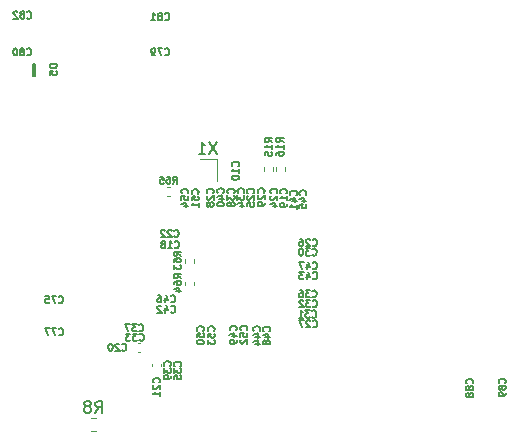
<source format=gbr>
%TF.GenerationSoftware,KiCad,Pcbnew,5.99.0-unknown-ca42f31bb5~131~ubuntu20.04.1*%
%TF.CreationDate,2021-08-18T11:47:36-07:00*%
%TF.ProjectId,ovc5,6f766335-2e6b-4696-9361-645f70636258,rev?*%
%TF.SameCoordinates,Original*%
%TF.FileFunction,Legend,Bot*%
%TF.FilePolarity,Positive*%
%FSLAX46Y46*%
G04 Gerber Fmt 4.6, Leading zero omitted, Abs format (unit mm)*
G04 Created by KiCad (PCBNEW 5.99.0-unknown-ca42f31bb5~131~ubuntu20.04.1) date 2021-08-18 11:47:36*
%MOMM*%
%LPD*%
G01*
G04 APERTURE LIST*
%ADD10C,0.150000*%
%ADD11C,0.120000*%
G04 APERTURE END LIST*
D10*
%TO.C,C18*%
X54749714Y-56837285D02*
X54778285Y-56865857D01*
X54864000Y-56894428D01*
X54921142Y-56894428D01*
X55006857Y-56865857D01*
X55064000Y-56808714D01*
X55092571Y-56751571D01*
X55121142Y-56637285D01*
X55121142Y-56551571D01*
X55092571Y-56437285D01*
X55064000Y-56380142D01*
X55006857Y-56323000D01*
X54921142Y-56294428D01*
X54864000Y-56294428D01*
X54778285Y-56323000D01*
X54749714Y-56351571D01*
X54178285Y-56894428D02*
X54521142Y-56894428D01*
X54349714Y-56894428D02*
X54349714Y-56294428D01*
X54406857Y-56380142D01*
X54464000Y-56437285D01*
X54521142Y-56465857D01*
X53835428Y-56551571D02*
X53892571Y-56523000D01*
X53921142Y-56494428D01*
X53949714Y-56437285D01*
X53949714Y-56408714D01*
X53921142Y-56351571D01*
X53892571Y-56323000D01*
X53835428Y-56294428D01*
X53721142Y-56294428D01*
X53664000Y-56323000D01*
X53635428Y-56351571D01*
X53606857Y-56408714D01*
X53606857Y-56437285D01*
X53635428Y-56494428D01*
X53664000Y-56523000D01*
X53721142Y-56551571D01*
X53835428Y-56551571D01*
X53892571Y-56580142D01*
X53921142Y-56608714D01*
X53949714Y-56665857D01*
X53949714Y-56780142D01*
X53921142Y-56837285D01*
X53892571Y-56865857D01*
X53835428Y-56894428D01*
X53721142Y-56894428D01*
X53664000Y-56865857D01*
X53635428Y-56837285D01*
X53606857Y-56780142D01*
X53606857Y-56665857D01*
X53635428Y-56608714D01*
X53664000Y-56580142D01*
X53721142Y-56551571D01*
%TO.C,C21*%
X53438285Y-68283285D02*
X53466857Y-68254714D01*
X53495428Y-68169000D01*
X53495428Y-68111857D01*
X53466857Y-68026142D01*
X53409714Y-67969000D01*
X53352571Y-67940428D01*
X53238285Y-67911857D01*
X53152571Y-67911857D01*
X53038285Y-67940428D01*
X52981142Y-67969000D01*
X52924000Y-68026142D01*
X52895428Y-68111857D01*
X52895428Y-68169000D01*
X52924000Y-68254714D01*
X52952571Y-68283285D01*
X52952571Y-68511857D02*
X52924000Y-68540428D01*
X52895428Y-68597571D01*
X52895428Y-68740428D01*
X52924000Y-68797571D01*
X52952571Y-68826142D01*
X53009714Y-68854714D01*
X53066857Y-68854714D01*
X53152571Y-68826142D01*
X53495428Y-68483285D01*
X53495428Y-68854714D01*
X53495428Y-69426142D02*
X53495428Y-69083285D01*
X53495428Y-69254714D02*
X52895428Y-69254714D01*
X52981142Y-69197571D01*
X53038285Y-69140428D01*
X53066857Y-69083285D01*
%TO.C,C31*%
X66376714Y-62728285D02*
X66405285Y-62756857D01*
X66491000Y-62785428D01*
X66548142Y-62785428D01*
X66633857Y-62756857D01*
X66691000Y-62699714D01*
X66719571Y-62642571D01*
X66748142Y-62528285D01*
X66748142Y-62442571D01*
X66719571Y-62328285D01*
X66691000Y-62271142D01*
X66633857Y-62214000D01*
X66548142Y-62185428D01*
X66491000Y-62185428D01*
X66405285Y-62214000D01*
X66376714Y-62242571D01*
X66176714Y-62185428D02*
X65805285Y-62185428D01*
X66005285Y-62414000D01*
X65919571Y-62414000D01*
X65862428Y-62442571D01*
X65833857Y-62471142D01*
X65805285Y-62528285D01*
X65805285Y-62671142D01*
X65833857Y-62728285D01*
X65862428Y-62756857D01*
X65919571Y-62785428D01*
X66091000Y-62785428D01*
X66148142Y-62756857D01*
X66176714Y-62728285D01*
X65233857Y-62785428D02*
X65576714Y-62785428D01*
X65405285Y-62785428D02*
X65405285Y-62185428D01*
X65462428Y-62271142D01*
X65519571Y-62328285D01*
X65576714Y-62356857D01*
%TO.C,C50*%
X57160285Y-63891285D02*
X57188857Y-63862714D01*
X57217428Y-63777000D01*
X57217428Y-63719857D01*
X57188857Y-63634142D01*
X57131714Y-63577000D01*
X57074571Y-63548428D01*
X56960285Y-63519857D01*
X56874571Y-63519857D01*
X56760285Y-63548428D01*
X56703142Y-63577000D01*
X56646000Y-63634142D01*
X56617428Y-63719857D01*
X56617428Y-63777000D01*
X56646000Y-63862714D01*
X56674571Y-63891285D01*
X56617428Y-64434142D02*
X56617428Y-64148428D01*
X56903142Y-64119857D01*
X56874571Y-64148428D01*
X56846000Y-64205571D01*
X56846000Y-64348428D01*
X56874571Y-64405571D01*
X56903142Y-64434142D01*
X56960285Y-64462714D01*
X57103142Y-64462714D01*
X57160285Y-64434142D01*
X57188857Y-64405571D01*
X57217428Y-64348428D01*
X57217428Y-64205571D01*
X57188857Y-64148428D01*
X57160285Y-64119857D01*
X56617428Y-64834142D02*
X56617428Y-64891285D01*
X56646000Y-64948428D01*
X56674571Y-64977000D01*
X56731714Y-65005571D01*
X56846000Y-65034142D01*
X56988857Y-65034142D01*
X57103142Y-65005571D01*
X57160285Y-64977000D01*
X57188857Y-64948428D01*
X57217428Y-64891285D01*
X57217428Y-64834142D01*
X57188857Y-64777000D01*
X57160285Y-64748428D01*
X57103142Y-64719857D01*
X56988857Y-64691285D01*
X56846000Y-64691285D01*
X56731714Y-64719857D01*
X56674571Y-64748428D01*
X56646000Y-64777000D01*
X56617428Y-64834142D01*
%TO.C,C48*%
X62761285Y-63923285D02*
X62789857Y-63894714D01*
X62818428Y-63809000D01*
X62818428Y-63751857D01*
X62789857Y-63666142D01*
X62732714Y-63609000D01*
X62675571Y-63580428D01*
X62561285Y-63551857D01*
X62475571Y-63551857D01*
X62361285Y-63580428D01*
X62304142Y-63609000D01*
X62247000Y-63666142D01*
X62218428Y-63751857D01*
X62218428Y-63809000D01*
X62247000Y-63894714D01*
X62275571Y-63923285D01*
X62418428Y-64437571D02*
X62818428Y-64437571D01*
X62189857Y-64294714D02*
X62618428Y-64151857D01*
X62618428Y-64523285D01*
X62475571Y-64837571D02*
X62447000Y-64780428D01*
X62418428Y-64751857D01*
X62361285Y-64723285D01*
X62332714Y-64723285D01*
X62275571Y-64751857D01*
X62247000Y-64780428D01*
X62218428Y-64837571D01*
X62218428Y-64951857D01*
X62247000Y-65009000D01*
X62275571Y-65037571D01*
X62332714Y-65066142D01*
X62361285Y-65066142D01*
X62418428Y-65037571D01*
X62447000Y-65009000D01*
X62475571Y-64951857D01*
X62475571Y-64837571D01*
X62504142Y-64780428D01*
X62532714Y-64751857D01*
X62589857Y-64723285D01*
X62704142Y-64723285D01*
X62761285Y-64751857D01*
X62789857Y-64780428D01*
X62818428Y-64837571D01*
X62818428Y-64951857D01*
X62789857Y-65009000D01*
X62761285Y-65037571D01*
X62704142Y-65066142D01*
X62589857Y-65066142D01*
X62532714Y-65037571D01*
X62504142Y-65009000D01*
X62475571Y-64951857D01*
%TO.C,C34*%
X60594285Y-52227285D02*
X60622857Y-52198714D01*
X60651428Y-52113000D01*
X60651428Y-52055857D01*
X60622857Y-51970142D01*
X60565714Y-51913000D01*
X60508571Y-51884428D01*
X60394285Y-51855857D01*
X60308571Y-51855857D01*
X60194285Y-51884428D01*
X60137142Y-51913000D01*
X60080000Y-51970142D01*
X60051428Y-52055857D01*
X60051428Y-52113000D01*
X60080000Y-52198714D01*
X60108571Y-52227285D01*
X60051428Y-52427285D02*
X60051428Y-52798714D01*
X60280000Y-52598714D01*
X60280000Y-52684428D01*
X60308571Y-52741571D01*
X60337142Y-52770142D01*
X60394285Y-52798714D01*
X60537142Y-52798714D01*
X60594285Y-52770142D01*
X60622857Y-52741571D01*
X60651428Y-52684428D01*
X60651428Y-52513000D01*
X60622857Y-52455857D01*
X60594285Y-52427285D01*
X60251428Y-53313000D02*
X60651428Y-53313000D01*
X60022857Y-53170142D02*
X60451428Y-53027285D01*
X60451428Y-53398714D01*
%TO.C,C32*%
X66433714Y-61846285D02*
X66462285Y-61874857D01*
X66548000Y-61903428D01*
X66605142Y-61903428D01*
X66690857Y-61874857D01*
X66748000Y-61817714D01*
X66776571Y-61760571D01*
X66805142Y-61646285D01*
X66805142Y-61560571D01*
X66776571Y-61446285D01*
X66748000Y-61389142D01*
X66690857Y-61332000D01*
X66605142Y-61303428D01*
X66548000Y-61303428D01*
X66462285Y-61332000D01*
X66433714Y-61360571D01*
X66233714Y-61303428D02*
X65862285Y-61303428D01*
X66062285Y-61532000D01*
X65976571Y-61532000D01*
X65919428Y-61560571D01*
X65890857Y-61589142D01*
X65862285Y-61646285D01*
X65862285Y-61789142D01*
X65890857Y-61846285D01*
X65919428Y-61874857D01*
X65976571Y-61903428D01*
X66148000Y-61903428D01*
X66205142Y-61874857D01*
X66233714Y-61846285D01*
X65633714Y-61360571D02*
X65605142Y-61332000D01*
X65548000Y-61303428D01*
X65405142Y-61303428D01*
X65348000Y-61332000D01*
X65319428Y-61360571D01*
X65290857Y-61417714D01*
X65290857Y-61474857D01*
X65319428Y-61560571D01*
X65662285Y-61903428D01*
X65290857Y-61903428D01*
%TO.C,D5*%
X44750428Y-41331142D02*
X44150428Y-41331142D01*
X44150428Y-41474000D01*
X44179000Y-41559714D01*
X44236142Y-41616857D01*
X44293285Y-41645428D01*
X44407571Y-41674000D01*
X44493285Y-41674000D01*
X44607571Y-41645428D01*
X44664714Y-41616857D01*
X44721857Y-41559714D01*
X44750428Y-41474000D01*
X44750428Y-41331142D01*
X44150428Y-42216857D02*
X44150428Y-41931142D01*
X44436142Y-41902571D01*
X44407571Y-41931142D01*
X44379000Y-41988285D01*
X44379000Y-42131142D01*
X44407571Y-42188285D01*
X44436142Y-42216857D01*
X44493285Y-42245428D01*
X44636142Y-42245428D01*
X44693285Y-42216857D01*
X44721857Y-42188285D01*
X44750428Y-42131142D01*
X44750428Y-41988285D01*
X44721857Y-41931142D01*
X44693285Y-41902571D01*
%TO.C,C46*%
X54405714Y-61440285D02*
X54434285Y-61468857D01*
X54520000Y-61497428D01*
X54577142Y-61497428D01*
X54662857Y-61468857D01*
X54720000Y-61411714D01*
X54748571Y-61354571D01*
X54777142Y-61240285D01*
X54777142Y-61154571D01*
X54748571Y-61040285D01*
X54720000Y-60983142D01*
X54662857Y-60926000D01*
X54577142Y-60897428D01*
X54520000Y-60897428D01*
X54434285Y-60926000D01*
X54405714Y-60954571D01*
X53891428Y-61097428D02*
X53891428Y-61497428D01*
X54034285Y-60868857D02*
X54177142Y-61297428D01*
X53805714Y-61297428D01*
X53320000Y-60897428D02*
X53434285Y-60897428D01*
X53491428Y-60926000D01*
X53520000Y-60954571D01*
X53577142Y-61040285D01*
X53605714Y-61154571D01*
X53605714Y-61383142D01*
X53577142Y-61440285D01*
X53548571Y-61468857D01*
X53491428Y-61497428D01*
X53377142Y-61497428D01*
X53320000Y-61468857D01*
X53291428Y-61440285D01*
X53262857Y-61383142D01*
X53262857Y-61240285D01*
X53291428Y-61183142D01*
X53320000Y-61154571D01*
X53377142Y-61126000D01*
X53491428Y-61126000D01*
X53548571Y-61154571D01*
X53577142Y-61183142D01*
X53605714Y-61240285D01*
%TO.C,R8*%
X48036666Y-70872380D02*
X48370000Y-70396190D01*
X48608095Y-70872380D02*
X48608095Y-69872380D01*
X48227142Y-69872380D01*
X48131904Y-69920000D01*
X48084285Y-69967619D01*
X48036666Y-70062857D01*
X48036666Y-70205714D01*
X48084285Y-70300952D01*
X48131904Y-70348571D01*
X48227142Y-70396190D01*
X48608095Y-70396190D01*
X47465238Y-70300952D02*
X47560476Y-70253333D01*
X47608095Y-70205714D01*
X47655714Y-70110476D01*
X47655714Y-70062857D01*
X47608095Y-69967619D01*
X47560476Y-69920000D01*
X47465238Y-69872380D01*
X47274761Y-69872380D01*
X47179523Y-69920000D01*
X47131904Y-69967619D01*
X47084285Y-70062857D01*
X47084285Y-70110476D01*
X47131904Y-70205714D01*
X47179523Y-70253333D01*
X47274761Y-70300952D01*
X47465238Y-70300952D01*
X47560476Y-70348571D01*
X47608095Y-70396190D01*
X47655714Y-70491428D01*
X47655714Y-70681904D01*
X47608095Y-70777142D01*
X47560476Y-70824761D01*
X47465238Y-70872380D01*
X47274761Y-70872380D01*
X47179523Y-70824761D01*
X47131904Y-70777142D01*
X47084285Y-70681904D01*
X47084285Y-70491428D01*
X47131904Y-70396190D01*
X47179523Y-70348571D01*
X47274761Y-70300952D01*
%TO.C,C51*%
X56723285Y-52297285D02*
X56751857Y-52268714D01*
X56780428Y-52183000D01*
X56780428Y-52125857D01*
X56751857Y-52040142D01*
X56694714Y-51983000D01*
X56637571Y-51954428D01*
X56523285Y-51925857D01*
X56437571Y-51925857D01*
X56323285Y-51954428D01*
X56266142Y-51983000D01*
X56209000Y-52040142D01*
X56180428Y-52125857D01*
X56180428Y-52183000D01*
X56209000Y-52268714D01*
X56237571Y-52297285D01*
X56180428Y-52840142D02*
X56180428Y-52554428D01*
X56466142Y-52525857D01*
X56437571Y-52554428D01*
X56409000Y-52611571D01*
X56409000Y-52754428D01*
X56437571Y-52811571D01*
X56466142Y-52840142D01*
X56523285Y-52868714D01*
X56666142Y-52868714D01*
X56723285Y-52840142D01*
X56751857Y-52811571D01*
X56780428Y-52754428D01*
X56780428Y-52611571D01*
X56751857Y-52554428D01*
X56723285Y-52525857D01*
X56780428Y-53440142D02*
X56780428Y-53097285D01*
X56780428Y-53268714D02*
X56180428Y-53268714D01*
X56266142Y-53211571D01*
X56323285Y-53154428D01*
X56351857Y-53097285D01*
%TO.C,C44*%
X61931285Y-63902285D02*
X61959857Y-63873714D01*
X61988428Y-63788000D01*
X61988428Y-63730857D01*
X61959857Y-63645142D01*
X61902714Y-63588000D01*
X61845571Y-63559428D01*
X61731285Y-63530857D01*
X61645571Y-63530857D01*
X61531285Y-63559428D01*
X61474142Y-63588000D01*
X61417000Y-63645142D01*
X61388428Y-63730857D01*
X61388428Y-63788000D01*
X61417000Y-63873714D01*
X61445571Y-63902285D01*
X61588428Y-64416571D02*
X61988428Y-64416571D01*
X61359857Y-64273714D02*
X61788428Y-64130857D01*
X61788428Y-64502285D01*
X61588428Y-64988000D02*
X61988428Y-64988000D01*
X61359857Y-64845142D02*
X61788428Y-64702285D01*
X61788428Y-65073714D01*
%TO.C,C38*%
X59758285Y-52233285D02*
X59786857Y-52204714D01*
X59815428Y-52119000D01*
X59815428Y-52061857D01*
X59786857Y-51976142D01*
X59729714Y-51919000D01*
X59672571Y-51890428D01*
X59558285Y-51861857D01*
X59472571Y-51861857D01*
X59358285Y-51890428D01*
X59301142Y-51919000D01*
X59244000Y-51976142D01*
X59215428Y-52061857D01*
X59215428Y-52119000D01*
X59244000Y-52204714D01*
X59272571Y-52233285D01*
X59215428Y-52433285D02*
X59215428Y-52804714D01*
X59444000Y-52604714D01*
X59444000Y-52690428D01*
X59472571Y-52747571D01*
X59501142Y-52776142D01*
X59558285Y-52804714D01*
X59701142Y-52804714D01*
X59758285Y-52776142D01*
X59786857Y-52747571D01*
X59815428Y-52690428D01*
X59815428Y-52519000D01*
X59786857Y-52461857D01*
X59758285Y-52433285D01*
X59472571Y-53147571D02*
X59444000Y-53090428D01*
X59415428Y-53061857D01*
X59358285Y-53033285D01*
X59329714Y-53033285D01*
X59272571Y-53061857D01*
X59244000Y-53090428D01*
X59215428Y-53147571D01*
X59215428Y-53261857D01*
X59244000Y-53319000D01*
X59272571Y-53347571D01*
X59329714Y-53376142D01*
X59358285Y-53376142D01*
X59415428Y-53347571D01*
X59444000Y-53319000D01*
X59472571Y-53261857D01*
X59472571Y-53147571D01*
X59501142Y-53090428D01*
X59529714Y-53061857D01*
X59586857Y-53033285D01*
X59701142Y-53033285D01*
X59758285Y-53061857D01*
X59786857Y-53090428D01*
X59815428Y-53147571D01*
X59815428Y-53261857D01*
X59786857Y-53319000D01*
X59758285Y-53347571D01*
X59701142Y-53376142D01*
X59586857Y-53376142D01*
X59529714Y-53347571D01*
X59501142Y-53319000D01*
X59472571Y-53261857D01*
%TO.C,R65*%
X54612714Y-51458428D02*
X54812714Y-51172714D01*
X54955571Y-51458428D02*
X54955571Y-50858428D01*
X54727000Y-50858428D01*
X54669857Y-50887000D01*
X54641285Y-50915571D01*
X54612714Y-50972714D01*
X54612714Y-51058428D01*
X54641285Y-51115571D01*
X54669857Y-51144142D01*
X54727000Y-51172714D01*
X54955571Y-51172714D01*
X54098428Y-50858428D02*
X54212714Y-50858428D01*
X54269857Y-50887000D01*
X54298428Y-50915571D01*
X54355571Y-51001285D01*
X54384142Y-51115571D01*
X54384142Y-51344142D01*
X54355571Y-51401285D01*
X54327000Y-51429857D01*
X54269857Y-51458428D01*
X54155571Y-51458428D01*
X54098428Y-51429857D01*
X54069857Y-51401285D01*
X54041285Y-51344142D01*
X54041285Y-51201285D01*
X54069857Y-51144142D01*
X54098428Y-51115571D01*
X54155571Y-51087000D01*
X54269857Y-51087000D01*
X54327000Y-51115571D01*
X54355571Y-51144142D01*
X54384142Y-51201285D01*
X53498428Y-50858428D02*
X53784142Y-50858428D01*
X53812714Y-51144142D01*
X53784142Y-51115571D01*
X53727000Y-51087000D01*
X53584142Y-51087000D01*
X53527000Y-51115571D01*
X53498428Y-51144142D01*
X53469857Y-51201285D01*
X53469857Y-51344142D01*
X53498428Y-51401285D01*
X53527000Y-51429857D01*
X53584142Y-51458428D01*
X53727000Y-51458428D01*
X53784142Y-51429857D01*
X53812714Y-51401285D01*
%TO.C,C40*%
X58858285Y-52211285D02*
X58886857Y-52182714D01*
X58915428Y-52097000D01*
X58915428Y-52039857D01*
X58886857Y-51954142D01*
X58829714Y-51897000D01*
X58772571Y-51868428D01*
X58658285Y-51839857D01*
X58572571Y-51839857D01*
X58458285Y-51868428D01*
X58401142Y-51897000D01*
X58344000Y-51954142D01*
X58315428Y-52039857D01*
X58315428Y-52097000D01*
X58344000Y-52182714D01*
X58372571Y-52211285D01*
X58515428Y-52725571D02*
X58915428Y-52725571D01*
X58286857Y-52582714D02*
X58715428Y-52439857D01*
X58715428Y-52811285D01*
X58315428Y-53154142D02*
X58315428Y-53211285D01*
X58344000Y-53268428D01*
X58372571Y-53297000D01*
X58429714Y-53325571D01*
X58544000Y-53354142D01*
X58686857Y-53354142D01*
X58801142Y-53325571D01*
X58858285Y-53297000D01*
X58886857Y-53268428D01*
X58915428Y-53211285D01*
X58915428Y-53154142D01*
X58886857Y-53097000D01*
X58858285Y-53068428D01*
X58801142Y-53039857D01*
X58686857Y-53011285D01*
X58544000Y-53011285D01*
X58429714Y-53039857D01*
X58372571Y-53068428D01*
X58344000Y-53097000D01*
X58315428Y-53154142D01*
%TO.C,C81*%
X53916714Y-37554285D02*
X53945285Y-37582857D01*
X54031000Y-37611428D01*
X54088142Y-37611428D01*
X54173857Y-37582857D01*
X54231000Y-37525714D01*
X54259571Y-37468571D01*
X54288142Y-37354285D01*
X54288142Y-37268571D01*
X54259571Y-37154285D01*
X54231000Y-37097142D01*
X54173857Y-37040000D01*
X54088142Y-37011428D01*
X54031000Y-37011428D01*
X53945285Y-37040000D01*
X53916714Y-37068571D01*
X53573857Y-37268571D02*
X53631000Y-37240000D01*
X53659571Y-37211428D01*
X53688142Y-37154285D01*
X53688142Y-37125714D01*
X53659571Y-37068571D01*
X53631000Y-37040000D01*
X53573857Y-37011428D01*
X53459571Y-37011428D01*
X53402428Y-37040000D01*
X53373857Y-37068571D01*
X53345285Y-37125714D01*
X53345285Y-37154285D01*
X53373857Y-37211428D01*
X53402428Y-37240000D01*
X53459571Y-37268571D01*
X53573857Y-37268571D01*
X53631000Y-37297142D01*
X53659571Y-37325714D01*
X53688142Y-37382857D01*
X53688142Y-37497142D01*
X53659571Y-37554285D01*
X53631000Y-37582857D01*
X53573857Y-37611428D01*
X53459571Y-37611428D01*
X53402428Y-37582857D01*
X53373857Y-37554285D01*
X53345285Y-37497142D01*
X53345285Y-37382857D01*
X53373857Y-37325714D01*
X53402428Y-37297142D01*
X53459571Y-37268571D01*
X52773857Y-37611428D02*
X53116714Y-37611428D01*
X52945285Y-37611428D02*
X52945285Y-37011428D01*
X53002428Y-37097142D01*
X53059571Y-37154285D01*
X53116714Y-37182857D01*
%TO.C,C19*%
X64194285Y-52281285D02*
X64222857Y-52252714D01*
X64251428Y-52167000D01*
X64251428Y-52109857D01*
X64222857Y-52024142D01*
X64165714Y-51967000D01*
X64108571Y-51938428D01*
X63994285Y-51909857D01*
X63908571Y-51909857D01*
X63794285Y-51938428D01*
X63737142Y-51967000D01*
X63680000Y-52024142D01*
X63651428Y-52109857D01*
X63651428Y-52167000D01*
X63680000Y-52252714D01*
X63708571Y-52281285D01*
X64251428Y-52852714D02*
X64251428Y-52509857D01*
X64251428Y-52681285D02*
X63651428Y-52681285D01*
X63737142Y-52624142D01*
X63794285Y-52567000D01*
X63822857Y-52509857D01*
X64251428Y-53138428D02*
X64251428Y-53252714D01*
X64222857Y-53309857D01*
X64194285Y-53338428D01*
X64108571Y-53395571D01*
X63994285Y-53424142D01*
X63765714Y-53424142D01*
X63708571Y-53395571D01*
X63680000Y-53367000D01*
X63651428Y-53309857D01*
X63651428Y-53195571D01*
X63680000Y-53138428D01*
X63708571Y-53109857D01*
X63765714Y-53081285D01*
X63908571Y-53081285D01*
X63965714Y-53109857D01*
X63994285Y-53138428D01*
X64022857Y-53195571D01*
X64022857Y-53309857D01*
X63994285Y-53367000D01*
X63965714Y-53395571D01*
X63908571Y-53424142D01*
%TO.C,C39*%
X54368285Y-66868285D02*
X54396857Y-66839714D01*
X54425428Y-66754000D01*
X54425428Y-66696857D01*
X54396857Y-66611142D01*
X54339714Y-66554000D01*
X54282571Y-66525428D01*
X54168285Y-66496857D01*
X54082571Y-66496857D01*
X53968285Y-66525428D01*
X53911142Y-66554000D01*
X53854000Y-66611142D01*
X53825428Y-66696857D01*
X53825428Y-66754000D01*
X53854000Y-66839714D01*
X53882571Y-66868285D01*
X53825428Y-67068285D02*
X53825428Y-67439714D01*
X54054000Y-67239714D01*
X54054000Y-67325428D01*
X54082571Y-67382571D01*
X54111142Y-67411142D01*
X54168285Y-67439714D01*
X54311142Y-67439714D01*
X54368285Y-67411142D01*
X54396857Y-67382571D01*
X54425428Y-67325428D01*
X54425428Y-67154000D01*
X54396857Y-67096857D01*
X54368285Y-67068285D01*
X54425428Y-67725428D02*
X54425428Y-67839714D01*
X54396857Y-67896857D01*
X54368285Y-67925428D01*
X54282571Y-67982571D01*
X54168285Y-68011142D01*
X53939714Y-68011142D01*
X53882571Y-67982571D01*
X53854000Y-67954000D01*
X53825428Y-67896857D01*
X53825428Y-67782571D01*
X53854000Y-67725428D01*
X53882571Y-67696857D01*
X53939714Y-67668285D01*
X54082571Y-67668285D01*
X54139714Y-67696857D01*
X54168285Y-67725428D01*
X54196857Y-67782571D01*
X54196857Y-67896857D01*
X54168285Y-67954000D01*
X54139714Y-67982571D01*
X54082571Y-68011142D01*
%TO.C,C49*%
X59931285Y-63869285D02*
X59959857Y-63840714D01*
X59988428Y-63755000D01*
X59988428Y-63697857D01*
X59959857Y-63612142D01*
X59902714Y-63555000D01*
X59845571Y-63526428D01*
X59731285Y-63497857D01*
X59645571Y-63497857D01*
X59531285Y-63526428D01*
X59474142Y-63555000D01*
X59417000Y-63612142D01*
X59388428Y-63697857D01*
X59388428Y-63755000D01*
X59417000Y-63840714D01*
X59445571Y-63869285D01*
X59588428Y-64383571D02*
X59988428Y-64383571D01*
X59359857Y-64240714D02*
X59788428Y-64097857D01*
X59788428Y-64469285D01*
X59988428Y-64726428D02*
X59988428Y-64840714D01*
X59959857Y-64897857D01*
X59931285Y-64926428D01*
X59845571Y-64983571D01*
X59731285Y-65012142D01*
X59502714Y-65012142D01*
X59445571Y-64983571D01*
X59417000Y-64955000D01*
X59388428Y-64897857D01*
X59388428Y-64783571D01*
X59417000Y-64726428D01*
X59445571Y-64697857D01*
X59502714Y-64669285D01*
X59645571Y-64669285D01*
X59702714Y-64697857D01*
X59731285Y-64726428D01*
X59759857Y-64783571D01*
X59759857Y-64897857D01*
X59731285Y-64955000D01*
X59702714Y-64983571D01*
X59645571Y-65012142D01*
%TO.C,C30*%
X66408714Y-57479285D02*
X66437285Y-57507857D01*
X66523000Y-57536428D01*
X66580142Y-57536428D01*
X66665857Y-57507857D01*
X66723000Y-57450714D01*
X66751571Y-57393571D01*
X66780142Y-57279285D01*
X66780142Y-57193571D01*
X66751571Y-57079285D01*
X66723000Y-57022142D01*
X66665857Y-56965000D01*
X66580142Y-56936428D01*
X66523000Y-56936428D01*
X66437285Y-56965000D01*
X66408714Y-56993571D01*
X66208714Y-56936428D02*
X65837285Y-56936428D01*
X66037285Y-57165000D01*
X65951571Y-57165000D01*
X65894428Y-57193571D01*
X65865857Y-57222142D01*
X65837285Y-57279285D01*
X65837285Y-57422142D01*
X65865857Y-57479285D01*
X65894428Y-57507857D01*
X65951571Y-57536428D01*
X66123000Y-57536428D01*
X66180142Y-57507857D01*
X66208714Y-57479285D01*
X65465857Y-56936428D02*
X65408714Y-56936428D01*
X65351571Y-56965000D01*
X65323000Y-56993571D01*
X65294428Y-57050714D01*
X65265857Y-57165000D01*
X65265857Y-57307857D01*
X65294428Y-57422142D01*
X65323000Y-57479285D01*
X65351571Y-57507857D01*
X65408714Y-57536428D01*
X65465857Y-57536428D01*
X65523000Y-57507857D01*
X65551571Y-57479285D01*
X65580142Y-57422142D01*
X65608714Y-57307857D01*
X65608714Y-57165000D01*
X65580142Y-57050714D01*
X65551571Y-56993571D01*
X65523000Y-56965000D01*
X65465857Y-56936428D01*
%TO.C,C43*%
X66446714Y-59462285D02*
X66475285Y-59490857D01*
X66561000Y-59519428D01*
X66618142Y-59519428D01*
X66703857Y-59490857D01*
X66761000Y-59433714D01*
X66789571Y-59376571D01*
X66818142Y-59262285D01*
X66818142Y-59176571D01*
X66789571Y-59062285D01*
X66761000Y-59005142D01*
X66703857Y-58948000D01*
X66618142Y-58919428D01*
X66561000Y-58919428D01*
X66475285Y-58948000D01*
X66446714Y-58976571D01*
X65932428Y-59119428D02*
X65932428Y-59519428D01*
X66075285Y-58890857D02*
X66218142Y-59319428D01*
X65846714Y-59319428D01*
X65675285Y-58919428D02*
X65303857Y-58919428D01*
X65503857Y-59148000D01*
X65418142Y-59148000D01*
X65361000Y-59176571D01*
X65332428Y-59205142D01*
X65303857Y-59262285D01*
X65303857Y-59405142D01*
X65332428Y-59462285D01*
X65361000Y-59490857D01*
X65418142Y-59519428D01*
X65589571Y-59519428D01*
X65646714Y-59490857D01*
X65675285Y-59462285D01*
%TO.C,C24*%
X63380285Y-52254285D02*
X63408857Y-52225714D01*
X63437428Y-52140000D01*
X63437428Y-52082857D01*
X63408857Y-51997142D01*
X63351714Y-51940000D01*
X63294571Y-51911428D01*
X63180285Y-51882857D01*
X63094571Y-51882857D01*
X62980285Y-51911428D01*
X62923142Y-51940000D01*
X62866000Y-51997142D01*
X62837428Y-52082857D01*
X62837428Y-52140000D01*
X62866000Y-52225714D01*
X62894571Y-52254285D01*
X62894571Y-52482857D02*
X62866000Y-52511428D01*
X62837428Y-52568571D01*
X62837428Y-52711428D01*
X62866000Y-52768571D01*
X62894571Y-52797142D01*
X62951714Y-52825714D01*
X63008857Y-52825714D01*
X63094571Y-52797142D01*
X63437428Y-52454285D01*
X63437428Y-52825714D01*
X63037428Y-53340000D02*
X63437428Y-53340000D01*
X62808857Y-53197142D02*
X63237428Y-53054285D01*
X63237428Y-53425714D01*
%TO.C,C27*%
X66440714Y-63553285D02*
X66469285Y-63581857D01*
X66555000Y-63610428D01*
X66612142Y-63610428D01*
X66697857Y-63581857D01*
X66755000Y-63524714D01*
X66783571Y-63467571D01*
X66812142Y-63353285D01*
X66812142Y-63267571D01*
X66783571Y-63153285D01*
X66755000Y-63096142D01*
X66697857Y-63039000D01*
X66612142Y-63010428D01*
X66555000Y-63010428D01*
X66469285Y-63039000D01*
X66440714Y-63067571D01*
X66212142Y-63067571D02*
X66183571Y-63039000D01*
X66126428Y-63010428D01*
X65983571Y-63010428D01*
X65926428Y-63039000D01*
X65897857Y-63067571D01*
X65869285Y-63124714D01*
X65869285Y-63181857D01*
X65897857Y-63267571D01*
X66240714Y-63610428D01*
X65869285Y-63610428D01*
X65669285Y-63010428D02*
X65269285Y-63010428D01*
X65526428Y-63610428D01*
%TO.C,C53*%
X58082285Y-63913285D02*
X58110857Y-63884714D01*
X58139428Y-63799000D01*
X58139428Y-63741857D01*
X58110857Y-63656142D01*
X58053714Y-63599000D01*
X57996571Y-63570428D01*
X57882285Y-63541857D01*
X57796571Y-63541857D01*
X57682285Y-63570428D01*
X57625142Y-63599000D01*
X57568000Y-63656142D01*
X57539428Y-63741857D01*
X57539428Y-63799000D01*
X57568000Y-63884714D01*
X57596571Y-63913285D01*
X57539428Y-64456142D02*
X57539428Y-64170428D01*
X57825142Y-64141857D01*
X57796571Y-64170428D01*
X57768000Y-64227571D01*
X57768000Y-64370428D01*
X57796571Y-64427571D01*
X57825142Y-64456142D01*
X57882285Y-64484714D01*
X58025142Y-64484714D01*
X58082285Y-64456142D01*
X58110857Y-64427571D01*
X58139428Y-64370428D01*
X58139428Y-64227571D01*
X58110857Y-64170428D01*
X58082285Y-64141857D01*
X57539428Y-64684714D02*
X57539428Y-65056142D01*
X57768000Y-64856142D01*
X57768000Y-64941857D01*
X57796571Y-64999000D01*
X57825142Y-65027571D01*
X57882285Y-65056142D01*
X58025142Y-65056142D01*
X58082285Y-65027571D01*
X58110857Y-64999000D01*
X58139428Y-64941857D01*
X58139428Y-64770428D01*
X58110857Y-64713285D01*
X58082285Y-64684714D01*
%TO.C,R63*%
X55259428Y-57544285D02*
X54973714Y-57344285D01*
X55259428Y-57201428D02*
X54659428Y-57201428D01*
X54659428Y-57430000D01*
X54688000Y-57487142D01*
X54716571Y-57515714D01*
X54773714Y-57544285D01*
X54859428Y-57544285D01*
X54916571Y-57515714D01*
X54945142Y-57487142D01*
X54973714Y-57430000D01*
X54973714Y-57201428D01*
X54659428Y-58058571D02*
X54659428Y-57944285D01*
X54688000Y-57887142D01*
X54716571Y-57858571D01*
X54802285Y-57801428D01*
X54916571Y-57772857D01*
X55145142Y-57772857D01*
X55202285Y-57801428D01*
X55230857Y-57830000D01*
X55259428Y-57887142D01*
X55259428Y-58001428D01*
X55230857Y-58058571D01*
X55202285Y-58087142D01*
X55145142Y-58115714D01*
X55002285Y-58115714D01*
X54945142Y-58087142D01*
X54916571Y-58058571D01*
X54888000Y-58001428D01*
X54888000Y-57887142D01*
X54916571Y-57830000D01*
X54945142Y-57801428D01*
X55002285Y-57772857D01*
X54659428Y-58315714D02*
X54659428Y-58687142D01*
X54888000Y-58487142D01*
X54888000Y-58572857D01*
X54916571Y-58630000D01*
X54945142Y-58658571D01*
X55002285Y-58687142D01*
X55145142Y-58687142D01*
X55202285Y-58658571D01*
X55230857Y-58630000D01*
X55259428Y-58572857D01*
X55259428Y-58401428D01*
X55230857Y-58344285D01*
X55202285Y-58315714D01*
%TO.C,C41*%
X65035285Y-52421285D02*
X65063857Y-52392714D01*
X65092428Y-52307000D01*
X65092428Y-52249857D01*
X65063857Y-52164142D01*
X65006714Y-52107000D01*
X64949571Y-52078428D01*
X64835285Y-52049857D01*
X64749571Y-52049857D01*
X64635285Y-52078428D01*
X64578142Y-52107000D01*
X64521000Y-52164142D01*
X64492428Y-52249857D01*
X64492428Y-52307000D01*
X64521000Y-52392714D01*
X64549571Y-52421285D01*
X64692428Y-52935571D02*
X65092428Y-52935571D01*
X64463857Y-52792714D02*
X64892428Y-52649857D01*
X64892428Y-53021285D01*
X65092428Y-53564142D02*
X65092428Y-53221285D01*
X65092428Y-53392714D02*
X64492428Y-53392714D01*
X64578142Y-53335571D01*
X64635285Y-53278428D01*
X64663857Y-53221285D01*
%TO.C,C45*%
X65849285Y-52400285D02*
X65877857Y-52371714D01*
X65906428Y-52286000D01*
X65906428Y-52228857D01*
X65877857Y-52143142D01*
X65820714Y-52086000D01*
X65763571Y-52057428D01*
X65649285Y-52028857D01*
X65563571Y-52028857D01*
X65449285Y-52057428D01*
X65392142Y-52086000D01*
X65335000Y-52143142D01*
X65306428Y-52228857D01*
X65306428Y-52286000D01*
X65335000Y-52371714D01*
X65363571Y-52400285D01*
X65506428Y-52914571D02*
X65906428Y-52914571D01*
X65277857Y-52771714D02*
X65706428Y-52628857D01*
X65706428Y-53000285D01*
X65306428Y-53514571D02*
X65306428Y-53228857D01*
X65592142Y-53200285D01*
X65563571Y-53228857D01*
X65535000Y-53286000D01*
X65535000Y-53428857D01*
X65563571Y-53486000D01*
X65592142Y-53514571D01*
X65649285Y-53543142D01*
X65792142Y-53543142D01*
X65849285Y-53514571D01*
X65877857Y-53486000D01*
X65906428Y-53428857D01*
X65906428Y-53286000D01*
X65877857Y-53228857D01*
X65849285Y-53200285D01*
%TO.C,C47*%
X66435714Y-58621285D02*
X66464285Y-58649857D01*
X66550000Y-58678428D01*
X66607142Y-58678428D01*
X66692857Y-58649857D01*
X66750000Y-58592714D01*
X66778571Y-58535571D01*
X66807142Y-58421285D01*
X66807142Y-58335571D01*
X66778571Y-58221285D01*
X66750000Y-58164142D01*
X66692857Y-58107000D01*
X66607142Y-58078428D01*
X66550000Y-58078428D01*
X66464285Y-58107000D01*
X66435714Y-58135571D01*
X65921428Y-58278428D02*
X65921428Y-58678428D01*
X66064285Y-58049857D02*
X66207142Y-58478428D01*
X65835714Y-58478428D01*
X65664285Y-58078428D02*
X65264285Y-58078428D01*
X65521428Y-58678428D01*
%TO.C,C10*%
X60121285Y-49968285D02*
X60149857Y-49939714D01*
X60178428Y-49854000D01*
X60178428Y-49796857D01*
X60149857Y-49711142D01*
X60092714Y-49654000D01*
X60035571Y-49625428D01*
X59921285Y-49596857D01*
X59835571Y-49596857D01*
X59721285Y-49625428D01*
X59664142Y-49654000D01*
X59607000Y-49711142D01*
X59578428Y-49796857D01*
X59578428Y-49854000D01*
X59607000Y-49939714D01*
X59635571Y-49968285D01*
X60178428Y-50539714D02*
X60178428Y-50196857D01*
X60178428Y-50368285D02*
X59578428Y-50368285D01*
X59664142Y-50311142D01*
X59721285Y-50254000D01*
X59749857Y-50196857D01*
X59578428Y-50911142D02*
X59578428Y-50968285D01*
X59607000Y-51025428D01*
X59635571Y-51054000D01*
X59692714Y-51082571D01*
X59807000Y-51111142D01*
X59949857Y-51111142D01*
X60064142Y-51082571D01*
X60121285Y-51054000D01*
X60149857Y-51025428D01*
X60178428Y-50968285D01*
X60178428Y-50911142D01*
X60149857Y-50854000D01*
X60121285Y-50825428D01*
X60064142Y-50796857D01*
X59949857Y-50768285D01*
X59807000Y-50768285D01*
X59692714Y-50796857D01*
X59635571Y-50825428D01*
X59607000Y-50854000D01*
X59578428Y-50911142D01*
%TO.C,C25*%
X61418285Y-52243285D02*
X61446857Y-52214714D01*
X61475428Y-52129000D01*
X61475428Y-52071857D01*
X61446857Y-51986142D01*
X61389714Y-51929000D01*
X61332571Y-51900428D01*
X61218285Y-51871857D01*
X61132571Y-51871857D01*
X61018285Y-51900428D01*
X60961142Y-51929000D01*
X60904000Y-51986142D01*
X60875428Y-52071857D01*
X60875428Y-52129000D01*
X60904000Y-52214714D01*
X60932571Y-52243285D01*
X60932571Y-52471857D02*
X60904000Y-52500428D01*
X60875428Y-52557571D01*
X60875428Y-52700428D01*
X60904000Y-52757571D01*
X60932571Y-52786142D01*
X60989714Y-52814714D01*
X61046857Y-52814714D01*
X61132571Y-52786142D01*
X61475428Y-52443285D01*
X61475428Y-52814714D01*
X60875428Y-53357571D02*
X60875428Y-53071857D01*
X61161142Y-53043285D01*
X61132571Y-53071857D01*
X61104000Y-53129000D01*
X61104000Y-53271857D01*
X61132571Y-53329000D01*
X61161142Y-53357571D01*
X61218285Y-53386142D01*
X61361142Y-53386142D01*
X61418285Y-53357571D01*
X61446857Y-53329000D01*
X61475428Y-53271857D01*
X61475428Y-53129000D01*
X61446857Y-53071857D01*
X61418285Y-53043285D01*
%TO.C,C82*%
X42235714Y-37414285D02*
X42264285Y-37442857D01*
X42350000Y-37471428D01*
X42407142Y-37471428D01*
X42492857Y-37442857D01*
X42550000Y-37385714D01*
X42578571Y-37328571D01*
X42607142Y-37214285D01*
X42607142Y-37128571D01*
X42578571Y-37014285D01*
X42550000Y-36957142D01*
X42492857Y-36900000D01*
X42407142Y-36871428D01*
X42350000Y-36871428D01*
X42264285Y-36900000D01*
X42235714Y-36928571D01*
X41892857Y-37128571D02*
X41950000Y-37100000D01*
X41978571Y-37071428D01*
X42007142Y-37014285D01*
X42007142Y-36985714D01*
X41978571Y-36928571D01*
X41950000Y-36900000D01*
X41892857Y-36871428D01*
X41778571Y-36871428D01*
X41721428Y-36900000D01*
X41692857Y-36928571D01*
X41664285Y-36985714D01*
X41664285Y-37014285D01*
X41692857Y-37071428D01*
X41721428Y-37100000D01*
X41778571Y-37128571D01*
X41892857Y-37128571D01*
X41950000Y-37157142D01*
X41978571Y-37185714D01*
X42007142Y-37242857D01*
X42007142Y-37357142D01*
X41978571Y-37414285D01*
X41950000Y-37442857D01*
X41892857Y-37471428D01*
X41778571Y-37471428D01*
X41721428Y-37442857D01*
X41692857Y-37414285D01*
X41664285Y-37357142D01*
X41664285Y-37242857D01*
X41692857Y-37185714D01*
X41721428Y-37157142D01*
X41778571Y-37128571D01*
X41435714Y-36928571D02*
X41407142Y-36900000D01*
X41350000Y-36871428D01*
X41207142Y-36871428D01*
X41150000Y-36900000D01*
X41121428Y-36928571D01*
X41092857Y-36985714D01*
X41092857Y-37042857D01*
X41121428Y-37128571D01*
X41464285Y-37471428D01*
X41092857Y-37471428D01*
%TO.C,C77*%
X44923714Y-64240285D02*
X44952285Y-64268857D01*
X45038000Y-64297428D01*
X45095142Y-64297428D01*
X45180857Y-64268857D01*
X45238000Y-64211714D01*
X45266571Y-64154571D01*
X45295142Y-64040285D01*
X45295142Y-63954571D01*
X45266571Y-63840285D01*
X45238000Y-63783142D01*
X45180857Y-63726000D01*
X45095142Y-63697428D01*
X45038000Y-63697428D01*
X44952285Y-63726000D01*
X44923714Y-63754571D01*
X44723714Y-63697428D02*
X44323714Y-63697428D01*
X44580857Y-64297428D01*
X44152285Y-63697428D02*
X43752285Y-63697428D01*
X44009428Y-64297428D01*
%TO.C,C35*%
X55234285Y-66886285D02*
X55262857Y-66857714D01*
X55291428Y-66772000D01*
X55291428Y-66714857D01*
X55262857Y-66629142D01*
X55205714Y-66572000D01*
X55148571Y-66543428D01*
X55034285Y-66514857D01*
X54948571Y-66514857D01*
X54834285Y-66543428D01*
X54777142Y-66572000D01*
X54720000Y-66629142D01*
X54691428Y-66714857D01*
X54691428Y-66772000D01*
X54720000Y-66857714D01*
X54748571Y-66886285D01*
X54691428Y-67086285D02*
X54691428Y-67457714D01*
X54920000Y-67257714D01*
X54920000Y-67343428D01*
X54948571Y-67400571D01*
X54977142Y-67429142D01*
X55034285Y-67457714D01*
X55177142Y-67457714D01*
X55234285Y-67429142D01*
X55262857Y-67400571D01*
X55291428Y-67343428D01*
X55291428Y-67172000D01*
X55262857Y-67114857D01*
X55234285Y-67086285D01*
X54691428Y-68000571D02*
X54691428Y-67714857D01*
X54977142Y-67686285D01*
X54948571Y-67714857D01*
X54920000Y-67772000D01*
X54920000Y-67914857D01*
X54948571Y-67972000D01*
X54977142Y-68000571D01*
X55034285Y-68029142D01*
X55177142Y-68029142D01*
X55234285Y-68000571D01*
X55262857Y-67972000D01*
X55291428Y-67914857D01*
X55291428Y-67772000D01*
X55262857Y-67714857D01*
X55234285Y-67686285D01*
%TO.C,C28*%
X57985285Y-52243285D02*
X58013857Y-52214714D01*
X58042428Y-52129000D01*
X58042428Y-52071857D01*
X58013857Y-51986142D01*
X57956714Y-51929000D01*
X57899571Y-51900428D01*
X57785285Y-51871857D01*
X57699571Y-51871857D01*
X57585285Y-51900428D01*
X57528142Y-51929000D01*
X57471000Y-51986142D01*
X57442428Y-52071857D01*
X57442428Y-52129000D01*
X57471000Y-52214714D01*
X57499571Y-52243285D01*
X57499571Y-52471857D02*
X57471000Y-52500428D01*
X57442428Y-52557571D01*
X57442428Y-52700428D01*
X57471000Y-52757571D01*
X57499571Y-52786142D01*
X57556714Y-52814714D01*
X57613857Y-52814714D01*
X57699571Y-52786142D01*
X58042428Y-52443285D01*
X58042428Y-52814714D01*
X57699571Y-53157571D02*
X57671000Y-53100428D01*
X57642428Y-53071857D01*
X57585285Y-53043285D01*
X57556714Y-53043285D01*
X57499571Y-53071857D01*
X57471000Y-53100428D01*
X57442428Y-53157571D01*
X57442428Y-53271857D01*
X57471000Y-53329000D01*
X57499571Y-53357571D01*
X57556714Y-53386142D01*
X57585285Y-53386142D01*
X57642428Y-53357571D01*
X57671000Y-53329000D01*
X57699571Y-53271857D01*
X57699571Y-53157571D01*
X57728142Y-53100428D01*
X57756714Y-53071857D01*
X57813857Y-53043285D01*
X57928142Y-53043285D01*
X57985285Y-53071857D01*
X58013857Y-53100428D01*
X58042428Y-53157571D01*
X58042428Y-53271857D01*
X58013857Y-53329000D01*
X57985285Y-53357571D01*
X57928142Y-53386142D01*
X57813857Y-53386142D01*
X57756714Y-53357571D01*
X57728142Y-53329000D01*
X57699571Y-53271857D01*
%TO.C,C80*%
X42220714Y-40542285D02*
X42249285Y-40570857D01*
X42335000Y-40599428D01*
X42392142Y-40599428D01*
X42477857Y-40570857D01*
X42535000Y-40513714D01*
X42563571Y-40456571D01*
X42592142Y-40342285D01*
X42592142Y-40256571D01*
X42563571Y-40142285D01*
X42535000Y-40085142D01*
X42477857Y-40028000D01*
X42392142Y-39999428D01*
X42335000Y-39999428D01*
X42249285Y-40028000D01*
X42220714Y-40056571D01*
X41877857Y-40256571D02*
X41935000Y-40228000D01*
X41963571Y-40199428D01*
X41992142Y-40142285D01*
X41992142Y-40113714D01*
X41963571Y-40056571D01*
X41935000Y-40028000D01*
X41877857Y-39999428D01*
X41763571Y-39999428D01*
X41706428Y-40028000D01*
X41677857Y-40056571D01*
X41649285Y-40113714D01*
X41649285Y-40142285D01*
X41677857Y-40199428D01*
X41706428Y-40228000D01*
X41763571Y-40256571D01*
X41877857Y-40256571D01*
X41935000Y-40285142D01*
X41963571Y-40313714D01*
X41992142Y-40370857D01*
X41992142Y-40485142D01*
X41963571Y-40542285D01*
X41935000Y-40570857D01*
X41877857Y-40599428D01*
X41763571Y-40599428D01*
X41706428Y-40570857D01*
X41677857Y-40542285D01*
X41649285Y-40485142D01*
X41649285Y-40370857D01*
X41677857Y-40313714D01*
X41706428Y-40285142D01*
X41763571Y-40256571D01*
X41277857Y-39999428D02*
X41220714Y-39999428D01*
X41163571Y-40028000D01*
X41135000Y-40056571D01*
X41106428Y-40113714D01*
X41077857Y-40228000D01*
X41077857Y-40370857D01*
X41106428Y-40485142D01*
X41135000Y-40542285D01*
X41163571Y-40570857D01*
X41220714Y-40599428D01*
X41277857Y-40599428D01*
X41335000Y-40570857D01*
X41363571Y-40542285D01*
X41392142Y-40485142D01*
X41420714Y-40370857D01*
X41420714Y-40228000D01*
X41392142Y-40113714D01*
X41363571Y-40056571D01*
X41335000Y-40028000D01*
X41277857Y-39999428D01*
%TO.C,C22*%
X54708714Y-55912285D02*
X54737285Y-55940857D01*
X54823000Y-55969428D01*
X54880142Y-55969428D01*
X54965857Y-55940857D01*
X55023000Y-55883714D01*
X55051571Y-55826571D01*
X55080142Y-55712285D01*
X55080142Y-55626571D01*
X55051571Y-55512285D01*
X55023000Y-55455142D01*
X54965857Y-55398000D01*
X54880142Y-55369428D01*
X54823000Y-55369428D01*
X54737285Y-55398000D01*
X54708714Y-55426571D01*
X54480142Y-55426571D02*
X54451571Y-55398000D01*
X54394428Y-55369428D01*
X54251571Y-55369428D01*
X54194428Y-55398000D01*
X54165857Y-55426571D01*
X54137285Y-55483714D01*
X54137285Y-55540857D01*
X54165857Y-55626571D01*
X54508714Y-55969428D01*
X54137285Y-55969428D01*
X53908714Y-55426571D02*
X53880142Y-55398000D01*
X53823000Y-55369428D01*
X53680142Y-55369428D01*
X53623000Y-55398000D01*
X53594428Y-55426571D01*
X53565857Y-55483714D01*
X53565857Y-55540857D01*
X53594428Y-55626571D01*
X53937285Y-55969428D01*
X53565857Y-55969428D01*
%TO.C,C89*%
X82715285Y-68326285D02*
X82743857Y-68297714D01*
X82772428Y-68212000D01*
X82772428Y-68154857D01*
X82743857Y-68069142D01*
X82686714Y-68012000D01*
X82629571Y-67983428D01*
X82515285Y-67954857D01*
X82429571Y-67954857D01*
X82315285Y-67983428D01*
X82258142Y-68012000D01*
X82201000Y-68069142D01*
X82172428Y-68154857D01*
X82172428Y-68212000D01*
X82201000Y-68297714D01*
X82229571Y-68326285D01*
X82429571Y-68669142D02*
X82401000Y-68612000D01*
X82372428Y-68583428D01*
X82315285Y-68554857D01*
X82286714Y-68554857D01*
X82229571Y-68583428D01*
X82201000Y-68612000D01*
X82172428Y-68669142D01*
X82172428Y-68783428D01*
X82201000Y-68840571D01*
X82229571Y-68869142D01*
X82286714Y-68897714D01*
X82315285Y-68897714D01*
X82372428Y-68869142D01*
X82401000Y-68840571D01*
X82429571Y-68783428D01*
X82429571Y-68669142D01*
X82458142Y-68612000D01*
X82486714Y-68583428D01*
X82543857Y-68554857D01*
X82658142Y-68554857D01*
X82715285Y-68583428D01*
X82743857Y-68612000D01*
X82772428Y-68669142D01*
X82772428Y-68783428D01*
X82743857Y-68840571D01*
X82715285Y-68869142D01*
X82658142Y-68897714D01*
X82543857Y-68897714D01*
X82486714Y-68869142D01*
X82458142Y-68840571D01*
X82429571Y-68783428D01*
X82772428Y-69183428D02*
X82772428Y-69297714D01*
X82743857Y-69354857D01*
X82715285Y-69383428D01*
X82629571Y-69440571D01*
X82515285Y-69469142D01*
X82286714Y-69469142D01*
X82229571Y-69440571D01*
X82201000Y-69412000D01*
X82172428Y-69354857D01*
X82172428Y-69240571D01*
X82201000Y-69183428D01*
X82229571Y-69154857D01*
X82286714Y-69126285D01*
X82429571Y-69126285D01*
X82486714Y-69154857D01*
X82515285Y-69183428D01*
X82543857Y-69240571D01*
X82543857Y-69354857D01*
X82515285Y-69412000D01*
X82486714Y-69440571D01*
X82429571Y-69469142D01*
%TO.C,C54*%
X55845285Y-52265285D02*
X55873857Y-52236714D01*
X55902428Y-52151000D01*
X55902428Y-52093857D01*
X55873857Y-52008142D01*
X55816714Y-51951000D01*
X55759571Y-51922428D01*
X55645285Y-51893857D01*
X55559571Y-51893857D01*
X55445285Y-51922428D01*
X55388142Y-51951000D01*
X55331000Y-52008142D01*
X55302428Y-52093857D01*
X55302428Y-52151000D01*
X55331000Y-52236714D01*
X55359571Y-52265285D01*
X55302428Y-52808142D02*
X55302428Y-52522428D01*
X55588142Y-52493857D01*
X55559571Y-52522428D01*
X55531000Y-52579571D01*
X55531000Y-52722428D01*
X55559571Y-52779571D01*
X55588142Y-52808142D01*
X55645285Y-52836714D01*
X55788142Y-52836714D01*
X55845285Y-52808142D01*
X55873857Y-52779571D01*
X55902428Y-52722428D01*
X55902428Y-52579571D01*
X55873857Y-52522428D01*
X55845285Y-52493857D01*
X55502428Y-53351000D02*
X55902428Y-53351000D01*
X55273857Y-53208142D02*
X55702428Y-53065285D01*
X55702428Y-53436714D01*
%TO.C,C52*%
X60853285Y-63853285D02*
X60881857Y-63824714D01*
X60910428Y-63739000D01*
X60910428Y-63681857D01*
X60881857Y-63596142D01*
X60824714Y-63539000D01*
X60767571Y-63510428D01*
X60653285Y-63481857D01*
X60567571Y-63481857D01*
X60453285Y-63510428D01*
X60396142Y-63539000D01*
X60339000Y-63596142D01*
X60310428Y-63681857D01*
X60310428Y-63739000D01*
X60339000Y-63824714D01*
X60367571Y-63853285D01*
X60310428Y-64396142D02*
X60310428Y-64110428D01*
X60596142Y-64081857D01*
X60567571Y-64110428D01*
X60539000Y-64167571D01*
X60539000Y-64310428D01*
X60567571Y-64367571D01*
X60596142Y-64396142D01*
X60653285Y-64424714D01*
X60796142Y-64424714D01*
X60853285Y-64396142D01*
X60881857Y-64367571D01*
X60910428Y-64310428D01*
X60910428Y-64167571D01*
X60881857Y-64110428D01*
X60853285Y-64081857D01*
X60367571Y-64653285D02*
X60339000Y-64681857D01*
X60310428Y-64739000D01*
X60310428Y-64881857D01*
X60339000Y-64939000D01*
X60367571Y-64967571D01*
X60424714Y-64996142D01*
X60481857Y-64996142D01*
X60567571Y-64967571D01*
X60910428Y-64624714D01*
X60910428Y-64996142D01*
%TO.C,C33*%
X51766714Y-64700285D02*
X51795285Y-64728857D01*
X51881000Y-64757428D01*
X51938142Y-64757428D01*
X52023857Y-64728857D01*
X52081000Y-64671714D01*
X52109571Y-64614571D01*
X52138142Y-64500285D01*
X52138142Y-64414571D01*
X52109571Y-64300285D01*
X52081000Y-64243142D01*
X52023857Y-64186000D01*
X51938142Y-64157428D01*
X51881000Y-64157428D01*
X51795285Y-64186000D01*
X51766714Y-64214571D01*
X51566714Y-64157428D02*
X51195285Y-64157428D01*
X51395285Y-64386000D01*
X51309571Y-64386000D01*
X51252428Y-64414571D01*
X51223857Y-64443142D01*
X51195285Y-64500285D01*
X51195285Y-64643142D01*
X51223857Y-64700285D01*
X51252428Y-64728857D01*
X51309571Y-64757428D01*
X51481000Y-64757428D01*
X51538142Y-64728857D01*
X51566714Y-64700285D01*
X50995285Y-64157428D02*
X50623857Y-64157428D01*
X50823857Y-64386000D01*
X50738142Y-64386000D01*
X50681000Y-64414571D01*
X50652428Y-64443142D01*
X50623857Y-64500285D01*
X50623857Y-64643142D01*
X50652428Y-64700285D01*
X50681000Y-64728857D01*
X50738142Y-64757428D01*
X50909571Y-64757428D01*
X50966714Y-64728857D01*
X50995285Y-64700285D01*
%TO.C,C75*%
X44918714Y-61499285D02*
X44947285Y-61527857D01*
X45033000Y-61556428D01*
X45090142Y-61556428D01*
X45175857Y-61527857D01*
X45233000Y-61470714D01*
X45261571Y-61413571D01*
X45290142Y-61299285D01*
X45290142Y-61213571D01*
X45261571Y-61099285D01*
X45233000Y-61042142D01*
X45175857Y-60985000D01*
X45090142Y-60956428D01*
X45033000Y-60956428D01*
X44947285Y-60985000D01*
X44918714Y-61013571D01*
X44718714Y-60956428D02*
X44318714Y-60956428D01*
X44575857Y-61556428D01*
X43804428Y-60956428D02*
X44090142Y-60956428D01*
X44118714Y-61242142D01*
X44090142Y-61213571D01*
X44033000Y-61185000D01*
X43890142Y-61185000D01*
X43833000Y-61213571D01*
X43804428Y-61242142D01*
X43775857Y-61299285D01*
X43775857Y-61442142D01*
X43804428Y-61499285D01*
X43833000Y-61527857D01*
X43890142Y-61556428D01*
X44033000Y-61556428D01*
X44090142Y-61527857D01*
X44118714Y-61499285D01*
%TO.C,C26*%
X66424714Y-56670285D02*
X66453285Y-56698857D01*
X66539000Y-56727428D01*
X66596142Y-56727428D01*
X66681857Y-56698857D01*
X66739000Y-56641714D01*
X66767571Y-56584571D01*
X66796142Y-56470285D01*
X66796142Y-56384571D01*
X66767571Y-56270285D01*
X66739000Y-56213142D01*
X66681857Y-56156000D01*
X66596142Y-56127428D01*
X66539000Y-56127428D01*
X66453285Y-56156000D01*
X66424714Y-56184571D01*
X66196142Y-56184571D02*
X66167571Y-56156000D01*
X66110428Y-56127428D01*
X65967571Y-56127428D01*
X65910428Y-56156000D01*
X65881857Y-56184571D01*
X65853285Y-56241714D01*
X65853285Y-56298857D01*
X65881857Y-56384571D01*
X66224714Y-56727428D01*
X65853285Y-56727428D01*
X65339000Y-56127428D02*
X65453285Y-56127428D01*
X65510428Y-56156000D01*
X65539000Y-56184571D01*
X65596142Y-56270285D01*
X65624714Y-56384571D01*
X65624714Y-56613142D01*
X65596142Y-56670285D01*
X65567571Y-56698857D01*
X65510428Y-56727428D01*
X65396142Y-56727428D01*
X65339000Y-56698857D01*
X65310428Y-56670285D01*
X65281857Y-56613142D01*
X65281857Y-56470285D01*
X65310428Y-56413142D01*
X65339000Y-56384571D01*
X65396142Y-56356000D01*
X65510428Y-56356000D01*
X65567571Y-56384571D01*
X65596142Y-56413142D01*
X65624714Y-56470285D01*
%TO.C,C88*%
X79966285Y-68365285D02*
X79994857Y-68336714D01*
X80023428Y-68251000D01*
X80023428Y-68193857D01*
X79994857Y-68108142D01*
X79937714Y-68051000D01*
X79880571Y-68022428D01*
X79766285Y-67993857D01*
X79680571Y-67993857D01*
X79566285Y-68022428D01*
X79509142Y-68051000D01*
X79452000Y-68108142D01*
X79423428Y-68193857D01*
X79423428Y-68251000D01*
X79452000Y-68336714D01*
X79480571Y-68365285D01*
X79680571Y-68708142D02*
X79652000Y-68651000D01*
X79623428Y-68622428D01*
X79566285Y-68593857D01*
X79537714Y-68593857D01*
X79480571Y-68622428D01*
X79452000Y-68651000D01*
X79423428Y-68708142D01*
X79423428Y-68822428D01*
X79452000Y-68879571D01*
X79480571Y-68908142D01*
X79537714Y-68936714D01*
X79566285Y-68936714D01*
X79623428Y-68908142D01*
X79652000Y-68879571D01*
X79680571Y-68822428D01*
X79680571Y-68708142D01*
X79709142Y-68651000D01*
X79737714Y-68622428D01*
X79794857Y-68593857D01*
X79909142Y-68593857D01*
X79966285Y-68622428D01*
X79994857Y-68651000D01*
X80023428Y-68708142D01*
X80023428Y-68822428D01*
X79994857Y-68879571D01*
X79966285Y-68908142D01*
X79909142Y-68936714D01*
X79794857Y-68936714D01*
X79737714Y-68908142D01*
X79709142Y-68879571D01*
X79680571Y-68822428D01*
X79680571Y-69279571D02*
X79652000Y-69222428D01*
X79623428Y-69193857D01*
X79566285Y-69165285D01*
X79537714Y-69165285D01*
X79480571Y-69193857D01*
X79452000Y-69222428D01*
X79423428Y-69279571D01*
X79423428Y-69393857D01*
X79452000Y-69451000D01*
X79480571Y-69479571D01*
X79537714Y-69508142D01*
X79566285Y-69508142D01*
X79623428Y-69479571D01*
X79652000Y-69451000D01*
X79680571Y-69393857D01*
X79680571Y-69279571D01*
X79709142Y-69222428D01*
X79737714Y-69193857D01*
X79794857Y-69165285D01*
X79909142Y-69165285D01*
X79966285Y-69193857D01*
X79994857Y-69222428D01*
X80023428Y-69279571D01*
X80023428Y-69393857D01*
X79994857Y-69451000D01*
X79966285Y-69479571D01*
X79909142Y-69508142D01*
X79794857Y-69508142D01*
X79737714Y-69479571D01*
X79709142Y-69451000D01*
X79680571Y-69393857D01*
%TO.C,R64*%
X55293428Y-59455285D02*
X55007714Y-59255285D01*
X55293428Y-59112428D02*
X54693428Y-59112428D01*
X54693428Y-59341000D01*
X54722000Y-59398142D01*
X54750571Y-59426714D01*
X54807714Y-59455285D01*
X54893428Y-59455285D01*
X54950571Y-59426714D01*
X54979142Y-59398142D01*
X55007714Y-59341000D01*
X55007714Y-59112428D01*
X54693428Y-59969571D02*
X54693428Y-59855285D01*
X54722000Y-59798142D01*
X54750571Y-59769571D01*
X54836285Y-59712428D01*
X54950571Y-59683857D01*
X55179142Y-59683857D01*
X55236285Y-59712428D01*
X55264857Y-59741000D01*
X55293428Y-59798142D01*
X55293428Y-59912428D01*
X55264857Y-59969571D01*
X55236285Y-59998142D01*
X55179142Y-60026714D01*
X55036285Y-60026714D01*
X54979142Y-59998142D01*
X54950571Y-59969571D01*
X54922000Y-59912428D01*
X54922000Y-59798142D01*
X54950571Y-59741000D01*
X54979142Y-59712428D01*
X55036285Y-59683857D01*
X54893428Y-60541000D02*
X55293428Y-60541000D01*
X54664857Y-60398142D02*
X55093428Y-60255285D01*
X55093428Y-60626714D01*
%TO.C,C37*%
X51719714Y-63909285D02*
X51748285Y-63937857D01*
X51834000Y-63966428D01*
X51891142Y-63966428D01*
X51976857Y-63937857D01*
X52034000Y-63880714D01*
X52062571Y-63823571D01*
X52091142Y-63709285D01*
X52091142Y-63623571D01*
X52062571Y-63509285D01*
X52034000Y-63452142D01*
X51976857Y-63395000D01*
X51891142Y-63366428D01*
X51834000Y-63366428D01*
X51748285Y-63395000D01*
X51719714Y-63423571D01*
X51519714Y-63366428D02*
X51148285Y-63366428D01*
X51348285Y-63595000D01*
X51262571Y-63595000D01*
X51205428Y-63623571D01*
X51176857Y-63652142D01*
X51148285Y-63709285D01*
X51148285Y-63852142D01*
X51176857Y-63909285D01*
X51205428Y-63937857D01*
X51262571Y-63966428D01*
X51434000Y-63966428D01*
X51491142Y-63937857D01*
X51519714Y-63909285D01*
X50948285Y-63366428D02*
X50548285Y-63366428D01*
X50805428Y-63966428D01*
%TO.C,C29*%
X62313285Y-52211285D02*
X62341857Y-52182714D01*
X62370428Y-52097000D01*
X62370428Y-52039857D01*
X62341857Y-51954142D01*
X62284714Y-51897000D01*
X62227571Y-51868428D01*
X62113285Y-51839857D01*
X62027571Y-51839857D01*
X61913285Y-51868428D01*
X61856142Y-51897000D01*
X61799000Y-51954142D01*
X61770428Y-52039857D01*
X61770428Y-52097000D01*
X61799000Y-52182714D01*
X61827571Y-52211285D01*
X61827571Y-52439857D02*
X61799000Y-52468428D01*
X61770428Y-52525571D01*
X61770428Y-52668428D01*
X61799000Y-52725571D01*
X61827571Y-52754142D01*
X61884714Y-52782714D01*
X61941857Y-52782714D01*
X62027571Y-52754142D01*
X62370428Y-52411285D01*
X62370428Y-52782714D01*
X62370428Y-53068428D02*
X62370428Y-53182714D01*
X62341857Y-53239857D01*
X62313285Y-53268428D01*
X62227571Y-53325571D01*
X62113285Y-53354142D01*
X61884714Y-53354142D01*
X61827571Y-53325571D01*
X61799000Y-53297000D01*
X61770428Y-53239857D01*
X61770428Y-53125571D01*
X61799000Y-53068428D01*
X61827571Y-53039857D01*
X61884714Y-53011285D01*
X62027571Y-53011285D01*
X62084714Y-53039857D01*
X62113285Y-53068428D01*
X62141857Y-53125571D01*
X62141857Y-53239857D01*
X62113285Y-53297000D01*
X62084714Y-53325571D01*
X62027571Y-53354142D01*
%TO.C,R15*%
X62991428Y-47950285D02*
X62705714Y-47750285D01*
X62991428Y-47607428D02*
X62391428Y-47607428D01*
X62391428Y-47836000D01*
X62420000Y-47893142D01*
X62448571Y-47921714D01*
X62505714Y-47950285D01*
X62591428Y-47950285D01*
X62648571Y-47921714D01*
X62677142Y-47893142D01*
X62705714Y-47836000D01*
X62705714Y-47607428D01*
X62991428Y-48521714D02*
X62991428Y-48178857D01*
X62991428Y-48350285D02*
X62391428Y-48350285D01*
X62477142Y-48293142D01*
X62534285Y-48236000D01*
X62562857Y-48178857D01*
X62391428Y-49064571D02*
X62391428Y-48778857D01*
X62677142Y-48750285D01*
X62648571Y-48778857D01*
X62620000Y-48836000D01*
X62620000Y-48978857D01*
X62648571Y-49036000D01*
X62677142Y-49064571D01*
X62734285Y-49093142D01*
X62877142Y-49093142D01*
X62934285Y-49064571D01*
X62962857Y-49036000D01*
X62991428Y-48978857D01*
X62991428Y-48836000D01*
X62962857Y-48778857D01*
X62934285Y-48750285D01*
%TO.C,X1*%
X58340523Y-47929380D02*
X57673857Y-48929380D01*
X57673857Y-47929380D02*
X58340523Y-48929380D01*
X56769095Y-48929380D02*
X57340523Y-48929380D01*
X57054809Y-48929380D02*
X57054809Y-47929380D01*
X57150047Y-48072238D01*
X57245285Y-48167476D01*
X57340523Y-48215095D01*
%TO.C,R16*%
X63961428Y-47937285D02*
X63675714Y-47737285D01*
X63961428Y-47594428D02*
X63361428Y-47594428D01*
X63361428Y-47823000D01*
X63390000Y-47880142D01*
X63418571Y-47908714D01*
X63475714Y-47937285D01*
X63561428Y-47937285D01*
X63618571Y-47908714D01*
X63647142Y-47880142D01*
X63675714Y-47823000D01*
X63675714Y-47594428D01*
X63961428Y-48508714D02*
X63961428Y-48165857D01*
X63961428Y-48337285D02*
X63361428Y-48337285D01*
X63447142Y-48280142D01*
X63504285Y-48223000D01*
X63532857Y-48165857D01*
X63361428Y-49023000D02*
X63361428Y-48908714D01*
X63390000Y-48851571D01*
X63418571Y-48823000D01*
X63504285Y-48765857D01*
X63618571Y-48737285D01*
X63847142Y-48737285D01*
X63904285Y-48765857D01*
X63932857Y-48794428D01*
X63961428Y-48851571D01*
X63961428Y-48965857D01*
X63932857Y-49023000D01*
X63904285Y-49051571D01*
X63847142Y-49080142D01*
X63704285Y-49080142D01*
X63647142Y-49051571D01*
X63618571Y-49023000D01*
X63590000Y-48965857D01*
X63590000Y-48851571D01*
X63618571Y-48794428D01*
X63647142Y-48765857D01*
X63704285Y-48737285D01*
%TO.C,C36*%
X66406714Y-61022285D02*
X66435285Y-61050857D01*
X66521000Y-61079428D01*
X66578142Y-61079428D01*
X66663857Y-61050857D01*
X66721000Y-60993714D01*
X66749571Y-60936571D01*
X66778142Y-60822285D01*
X66778142Y-60736571D01*
X66749571Y-60622285D01*
X66721000Y-60565142D01*
X66663857Y-60508000D01*
X66578142Y-60479428D01*
X66521000Y-60479428D01*
X66435285Y-60508000D01*
X66406714Y-60536571D01*
X66206714Y-60479428D02*
X65835285Y-60479428D01*
X66035285Y-60708000D01*
X65949571Y-60708000D01*
X65892428Y-60736571D01*
X65863857Y-60765142D01*
X65835285Y-60822285D01*
X65835285Y-60965142D01*
X65863857Y-61022285D01*
X65892428Y-61050857D01*
X65949571Y-61079428D01*
X66121000Y-61079428D01*
X66178142Y-61050857D01*
X66206714Y-61022285D01*
X65321000Y-60479428D02*
X65435285Y-60479428D01*
X65492428Y-60508000D01*
X65521000Y-60536571D01*
X65578142Y-60622285D01*
X65606714Y-60736571D01*
X65606714Y-60965142D01*
X65578142Y-61022285D01*
X65549571Y-61050857D01*
X65492428Y-61079428D01*
X65378142Y-61079428D01*
X65321000Y-61050857D01*
X65292428Y-61022285D01*
X65263857Y-60965142D01*
X65263857Y-60822285D01*
X65292428Y-60765142D01*
X65321000Y-60736571D01*
X65378142Y-60708000D01*
X65492428Y-60708000D01*
X65549571Y-60736571D01*
X65578142Y-60765142D01*
X65606714Y-60822285D01*
%TO.C,C79*%
X53910714Y-40539285D02*
X53939285Y-40567857D01*
X54025000Y-40596428D01*
X54082142Y-40596428D01*
X54167857Y-40567857D01*
X54225000Y-40510714D01*
X54253571Y-40453571D01*
X54282142Y-40339285D01*
X54282142Y-40253571D01*
X54253571Y-40139285D01*
X54225000Y-40082142D01*
X54167857Y-40025000D01*
X54082142Y-39996428D01*
X54025000Y-39996428D01*
X53939285Y-40025000D01*
X53910714Y-40053571D01*
X53710714Y-39996428D02*
X53310714Y-39996428D01*
X53567857Y-40596428D01*
X53053571Y-40596428D02*
X52939285Y-40596428D01*
X52882142Y-40567857D01*
X52853571Y-40539285D01*
X52796428Y-40453571D01*
X52767857Y-40339285D01*
X52767857Y-40110714D01*
X52796428Y-40053571D01*
X52825000Y-40025000D01*
X52882142Y-39996428D01*
X52996428Y-39996428D01*
X53053571Y-40025000D01*
X53082142Y-40053571D01*
X53110714Y-40110714D01*
X53110714Y-40253571D01*
X53082142Y-40310714D01*
X53053571Y-40339285D01*
X52996428Y-40367857D01*
X52882142Y-40367857D01*
X52825000Y-40339285D01*
X52796428Y-40310714D01*
X52767857Y-40253571D01*
%TO.C,C42*%
X54421714Y-62319285D02*
X54450285Y-62347857D01*
X54536000Y-62376428D01*
X54593142Y-62376428D01*
X54678857Y-62347857D01*
X54736000Y-62290714D01*
X54764571Y-62233571D01*
X54793142Y-62119285D01*
X54793142Y-62033571D01*
X54764571Y-61919285D01*
X54736000Y-61862142D01*
X54678857Y-61805000D01*
X54593142Y-61776428D01*
X54536000Y-61776428D01*
X54450285Y-61805000D01*
X54421714Y-61833571D01*
X53907428Y-61976428D02*
X53907428Y-62376428D01*
X54050285Y-61747857D02*
X54193142Y-62176428D01*
X53821714Y-62176428D01*
X53621714Y-61833571D02*
X53593142Y-61805000D01*
X53536000Y-61776428D01*
X53393142Y-61776428D01*
X53336000Y-61805000D01*
X53307428Y-61833571D01*
X53278857Y-61890714D01*
X53278857Y-61947857D01*
X53307428Y-62033571D01*
X53650285Y-62376428D01*
X53278857Y-62376428D01*
%TO.C,C20*%
X50281714Y-65541285D02*
X50310285Y-65569857D01*
X50396000Y-65598428D01*
X50453142Y-65598428D01*
X50538857Y-65569857D01*
X50596000Y-65512714D01*
X50624571Y-65455571D01*
X50653142Y-65341285D01*
X50653142Y-65255571D01*
X50624571Y-65141285D01*
X50596000Y-65084142D01*
X50538857Y-65027000D01*
X50453142Y-64998428D01*
X50396000Y-64998428D01*
X50310285Y-65027000D01*
X50281714Y-65055571D01*
X50053142Y-65055571D02*
X50024571Y-65027000D01*
X49967428Y-64998428D01*
X49824571Y-64998428D01*
X49767428Y-65027000D01*
X49738857Y-65055571D01*
X49710285Y-65112714D01*
X49710285Y-65169857D01*
X49738857Y-65255571D01*
X50081714Y-65598428D01*
X49710285Y-65598428D01*
X49338857Y-64998428D02*
X49281714Y-64998428D01*
X49224571Y-65027000D01*
X49196000Y-65055571D01*
X49167428Y-65112714D01*
X49138857Y-65227000D01*
X49138857Y-65369857D01*
X49167428Y-65484142D01*
X49196000Y-65541285D01*
X49224571Y-65569857D01*
X49281714Y-65598428D01*
X49338857Y-65598428D01*
X49396000Y-65569857D01*
X49424571Y-65541285D01*
X49453142Y-65484142D01*
X49481714Y-65369857D01*
X49481714Y-65227000D01*
X49453142Y-65112714D01*
X49424571Y-65055571D01*
X49396000Y-65027000D01*
X49338857Y-64998428D01*
D11*
%TO.C,C21*%
X52866000Y-66710164D02*
X52866000Y-66925836D01*
X53586000Y-66710164D02*
X53586000Y-66925836D01*
D10*
%TO.C,D5*%
X42749000Y-42294000D02*
X42749000Y-41294000D01*
X42949000Y-42294000D02*
X42949000Y-41294000D01*
X42749000Y-42294000D02*
X42949000Y-42294000D01*
X42949000Y-41294000D02*
X42749000Y-41294000D01*
D11*
%TO.C,R8*%
X48107258Y-72372500D02*
X47632742Y-72372500D01*
X48107258Y-71327500D02*
X47632742Y-71327500D01*
%TO.C,R65*%
X54073359Y-51729000D02*
X54380641Y-51729000D01*
X54073359Y-52489000D02*
X54380641Y-52489000D01*
%TO.C,R63*%
X55650000Y-57824359D02*
X55650000Y-58131641D01*
X56410000Y-57824359D02*
X56410000Y-58131641D01*
%TO.C,R64*%
X56410000Y-60042641D02*
X56410000Y-59735359D01*
X55650000Y-60042641D02*
X55650000Y-59735359D01*
%TO.C,R15*%
X63092000Y-50371641D02*
X63092000Y-50064359D01*
X62332000Y-50371641D02*
X62332000Y-50064359D01*
%TO.C,X1*%
X56906000Y-49352000D02*
X58356000Y-49352000D01*
X58356000Y-49352000D02*
X58356000Y-51202000D01*
%TO.C,R16*%
X64082000Y-50067359D02*
X64082000Y-50374641D01*
X63322000Y-50067359D02*
X63322000Y-50374641D01*
%TO.C,C20*%
X51847836Y-65692000D02*
X51632164Y-65692000D01*
X51847836Y-64972000D02*
X51632164Y-64972000D01*
%TD*%
M02*

</source>
